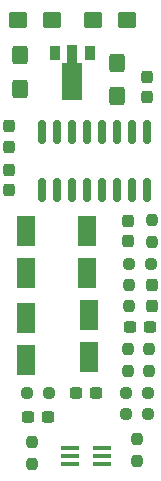
<source format=gbr>
%TF.GenerationSoftware,KiCad,Pcbnew,(6.0.9-0)*%
%TF.CreationDate,2024-03-22T18:27:50+01:00*%
%TF.ProjectId,pt-workshop,70742d77-6f72-46b7-9368-6f702e6b6963,rev?*%
%TF.SameCoordinates,Original*%
%TF.FileFunction,Paste,Top*%
%TF.FilePolarity,Positive*%
%FSLAX46Y46*%
G04 Gerber Fmt 4.6, Leading zero omitted, Abs format (unit mm)*
G04 Created by KiCad (PCBNEW (6.0.9-0)) date 2024-03-22 18:27:50*
%MOMM*%
%LPD*%
G01*
G04 APERTURE LIST*
G04 Aperture macros list*
%AMRoundRect*
0 Rectangle with rounded corners*
0 $1 Rounding radius*
0 $2 $3 $4 $5 $6 $7 $8 $9 X,Y pos of 4 corners*
0 Add a 4 corners polygon primitive as box body*
4,1,4,$2,$3,$4,$5,$6,$7,$8,$9,$2,$3,0*
0 Add four circle primitives for the rounded corners*
1,1,$1+$1,$2,$3*
1,1,$1+$1,$4,$5*
1,1,$1+$1,$6,$7*
1,1,$1+$1,$8,$9*
0 Add four rect primitives between the rounded corners*
20,1,$1+$1,$2,$3,$4,$5,0*
20,1,$1+$1,$4,$5,$6,$7,0*
20,1,$1+$1,$6,$7,$8,$9,0*
20,1,$1+$1,$8,$9,$2,$3,0*%
%AMFreePoly0*
4,1,9,3.862500,-0.866500,0.737500,-0.866500,0.737500,-0.450000,-0.737500,-0.450000,-0.737500,0.450000,0.737500,0.450000,0.737500,0.866500,3.862500,0.866500,3.862500,-0.866500,3.862500,-0.866500,$1*%
G04 Aperture macros list end*
%ADD10RoundRect,0.250000X-0.550000X1.050000X-0.550000X-1.050000X0.550000X-1.050000X0.550000X1.050000X0*%
%ADD11RoundRect,0.250000X-0.537500X-0.425000X0.537500X-0.425000X0.537500X0.425000X-0.537500X0.425000X0*%
%ADD12RoundRect,0.237500X0.237500X-0.250000X0.237500X0.250000X-0.237500X0.250000X-0.237500X-0.250000X0*%
%ADD13RoundRect,0.237500X0.250000X0.237500X-0.250000X0.237500X-0.250000X-0.237500X0.250000X-0.237500X0*%
%ADD14RoundRect,0.237500X-0.237500X0.300000X-0.237500X-0.300000X0.237500X-0.300000X0.237500X0.300000X0*%
%ADD15RoundRect,0.237500X-0.250000X-0.237500X0.250000X-0.237500X0.250000X0.237500X-0.250000X0.237500X0*%
%ADD16RoundRect,0.250000X0.425000X-0.537500X0.425000X0.537500X-0.425000X0.537500X-0.425000X-0.537500X0*%
%ADD17RoundRect,0.237500X0.237500X-0.300000X0.237500X0.300000X-0.237500X0.300000X-0.237500X-0.300000X0*%
%ADD18RoundRect,0.237500X-0.237500X0.250000X-0.237500X-0.250000X0.237500X-0.250000X0.237500X0.250000X0*%
%ADD19RoundRect,0.237500X-0.300000X-0.237500X0.300000X-0.237500X0.300000X0.237500X-0.300000X0.237500X0*%
%ADD20RoundRect,0.237500X0.300000X0.237500X-0.300000X0.237500X-0.300000X-0.237500X0.300000X-0.237500X0*%
%ADD21RoundRect,0.150000X-0.150000X0.825000X-0.150000X-0.825000X0.150000X-0.825000X0.150000X0.825000X0*%
%ADD22RoundRect,0.250000X0.550000X-1.050000X0.550000X1.050000X-0.550000X1.050000X-0.550000X-1.050000X0*%
%ADD23R,0.900000X1.300000*%
%ADD24FreePoly0,270.000000*%
%ADD25R,1.500000X0.400000*%
%ADD26RoundRect,0.250000X-0.425000X0.537500X-0.425000X-0.537500X0.425000X-0.537500X0.425000X0.537500X0*%
G04 APERTURE END LIST*
D10*
%TO.C,C216*%
X32258000Y-83036000D03*
X32258000Y-86636000D03*
%TD*%
D11*
%TO.C,C205*%
X37932500Y-57785000D03*
X40807500Y-57785000D03*
%TD*%
D12*
%TO.C,R207*%
X42672000Y-87526500D03*
X42672000Y-85701500D03*
%TD*%
D11*
%TO.C,C201*%
X31582500Y-57785000D03*
X34457500Y-57785000D03*
%TD*%
D13*
%TO.C,R202*%
X42822500Y-78486000D03*
X40997500Y-78486000D03*
%TD*%
D14*
%TO.C,C214*%
X42545000Y-62637500D03*
X42545000Y-64362500D03*
%TD*%
D12*
%TO.C,R201*%
X41021000Y-82065500D03*
X41021000Y-80240500D03*
%TD*%
D15*
%TO.C,R208*%
X32361500Y-89408000D03*
X34186500Y-89408000D03*
%TD*%
D16*
%TO.C,C215*%
X40005000Y-64302500D03*
X40005000Y-61427500D03*
%TD*%
D17*
%TO.C,C206*%
X40894000Y-76554500D03*
X40894000Y-74829500D03*
%TD*%
D18*
%TO.C,R306*%
X32766000Y-93575500D03*
X32766000Y-95400500D03*
%TD*%
%TO.C,R205*%
X40894000Y-85701500D03*
X40894000Y-87526500D03*
%TD*%
D12*
%TO.C,R301*%
X41656000Y-95146500D03*
X41656000Y-93321500D03*
%TD*%
D19*
%TO.C,C210*%
X32411500Y-91440000D03*
X34136500Y-91440000D03*
%TD*%
D20*
%TO.C,C212*%
X42772500Y-83820000D03*
X41047500Y-83820000D03*
%TD*%
D15*
%TO.C,R204*%
X40743500Y-91186000D03*
X42568500Y-91186000D03*
%TD*%
D21*
%TO.C,U202*%
X42545000Y-67310000D03*
X41275000Y-67310000D03*
X40005000Y-67310000D03*
X38735000Y-67310000D03*
X37465000Y-67310000D03*
X36195000Y-67310000D03*
X34925000Y-67310000D03*
X33655000Y-67310000D03*
X33655000Y-72260000D03*
X34925000Y-72260000D03*
X36195000Y-72260000D03*
X37465000Y-72260000D03*
X38735000Y-72260000D03*
X40005000Y-72260000D03*
X41275000Y-72260000D03*
X42545000Y-72260000D03*
%TD*%
D22*
%TO.C,C207*%
X32258000Y-79270000D03*
X32258000Y-75670000D03*
%TD*%
D13*
%TO.C,R206*%
X42568500Y-89408000D03*
X40743500Y-89408000D03*
%TD*%
D17*
%TO.C,C204*%
X42926000Y-82015500D03*
X42926000Y-80290500D03*
%TD*%
D23*
%TO.C,U201*%
X37695000Y-60580000D03*
D24*
X36195000Y-60667500D03*
D23*
X34695000Y-60580000D03*
%TD*%
D25*
%TO.C,Q301*%
X36008000Y-94092000D03*
X36008000Y-94742000D03*
X36008000Y-95392000D03*
X38668000Y-95392000D03*
X38668000Y-94742000D03*
X38668000Y-94092000D03*
%TD*%
D17*
%TO.C,C208*%
X30861000Y-68553500D03*
X30861000Y-66828500D03*
%TD*%
D22*
%TO.C,C211*%
X37465000Y-79270000D03*
X37465000Y-75670000D03*
%TD*%
D18*
%TO.C,R203*%
X42926000Y-74779500D03*
X42926000Y-76604500D03*
%TD*%
D26*
%TO.C,C203*%
X31750000Y-60792500D03*
X31750000Y-63667500D03*
%TD*%
D17*
%TO.C,C209*%
X30861000Y-72236500D03*
X30861000Y-70511500D03*
%TD*%
D22*
%TO.C,C202*%
X37592000Y-86382000D03*
X37592000Y-82782000D03*
%TD*%
D19*
%TO.C,C213*%
X36475500Y-89408000D03*
X38200500Y-89408000D03*
%TD*%
M02*

</source>
